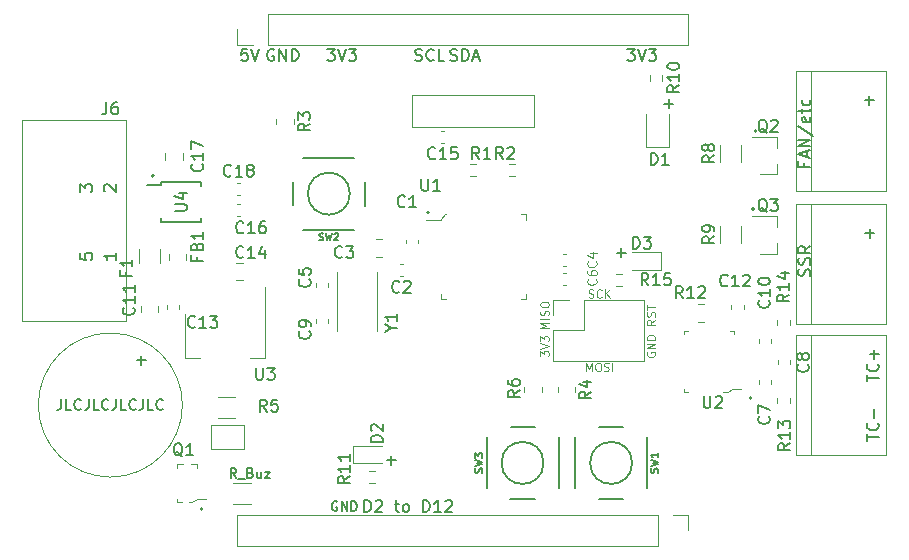
<source format=gbr>
%TF.GenerationSoftware,KiCad,Pcbnew,(5.1.9)-1*%
%TF.CreationDate,2021-06-02T07:50:45+02:00*%
%TF.ProjectId,MyReflowController,4d795265-666c-46f7-9743-6f6e74726f6c,rev?*%
%TF.SameCoordinates,Original*%
%TF.FileFunction,Legend,Top*%
%TF.FilePolarity,Positive*%
%FSLAX46Y46*%
G04 Gerber Fmt 4.6, Leading zero omitted, Abs format (unit mm)*
G04 Created by KiCad (PCBNEW (5.1.9)-1) date 2021-06-02 07:50:45*
%MOMM*%
%LPD*%
G01*
G04 APERTURE LIST*
%ADD10C,0.150000*%
%ADD11C,0.100000*%
%ADD12C,0.200000*%
%ADD13C,0.120000*%
%ADD14C,0.203200*%
%ADD15C,0.127000*%
G04 APERTURE END LIST*
D10*
X66785714Y-29404761D02*
X66928571Y-29452380D01*
X67166666Y-29452380D01*
X67261904Y-29404761D01*
X67309523Y-29357142D01*
X67357142Y-29261904D01*
X67357142Y-29166666D01*
X67309523Y-29071428D01*
X67261904Y-29023809D01*
X67166666Y-28976190D01*
X66976190Y-28928571D01*
X66880952Y-28880952D01*
X66833333Y-28833333D01*
X66785714Y-28738095D01*
X66785714Y-28642857D01*
X66833333Y-28547619D01*
X66880952Y-28500000D01*
X66976190Y-28452380D01*
X67214285Y-28452380D01*
X67357142Y-28500000D01*
X67785714Y-29452380D02*
X67785714Y-28452380D01*
X68023809Y-28452380D01*
X68166666Y-28500000D01*
X68261904Y-28595238D01*
X68309523Y-28690476D01*
X68357142Y-28880952D01*
X68357142Y-29023809D01*
X68309523Y-29214285D01*
X68261904Y-29309523D01*
X68166666Y-29404761D01*
X68023809Y-29452380D01*
X67785714Y-29452380D01*
X68738095Y-29166666D02*
X69214285Y-29166666D01*
X68642857Y-29452380D02*
X68976190Y-28452380D01*
X69309523Y-29452380D01*
X63809523Y-29404761D02*
X63952380Y-29452380D01*
X64190476Y-29452380D01*
X64285714Y-29404761D01*
X64333333Y-29357142D01*
X64380952Y-29261904D01*
X64380952Y-29166666D01*
X64333333Y-29071428D01*
X64285714Y-29023809D01*
X64190476Y-28976190D01*
X64000000Y-28928571D01*
X63904761Y-28880952D01*
X63857142Y-28833333D01*
X63809523Y-28738095D01*
X63809523Y-28642857D01*
X63857142Y-28547619D01*
X63904761Y-28500000D01*
X64000000Y-28452380D01*
X64238095Y-28452380D01*
X64380952Y-28500000D01*
X65380952Y-29357142D02*
X65333333Y-29404761D01*
X65190476Y-29452380D01*
X65095238Y-29452380D01*
X64952380Y-29404761D01*
X64857142Y-29309523D01*
X64809523Y-29214285D01*
X64761904Y-29023809D01*
X64761904Y-28880952D01*
X64809523Y-28690476D01*
X64857142Y-28595238D01*
X64952380Y-28500000D01*
X65095238Y-28452380D01*
X65190476Y-28452380D01*
X65333333Y-28500000D01*
X65380952Y-28547619D01*
X66285714Y-29452380D02*
X65809523Y-29452380D01*
X65809523Y-28452380D01*
X96728571Y-38076190D02*
X96728571Y-38409523D01*
X97252380Y-38409523D02*
X96252380Y-38409523D01*
X96252380Y-37933333D01*
X96966666Y-37600000D02*
X96966666Y-37123809D01*
X97252380Y-37695238D02*
X96252380Y-37361904D01*
X97252380Y-37028571D01*
X97252380Y-36695238D02*
X96252380Y-36695238D01*
X97252380Y-36123809D01*
X96252380Y-36123809D01*
X96204761Y-34933333D02*
X97490476Y-35790476D01*
X97204761Y-34219047D02*
X97252380Y-34314285D01*
X97252380Y-34504761D01*
X97204761Y-34600000D01*
X97109523Y-34647619D01*
X96728571Y-34647619D01*
X96633333Y-34600000D01*
X96585714Y-34504761D01*
X96585714Y-34314285D01*
X96633333Y-34219047D01*
X96728571Y-34171428D01*
X96823809Y-34171428D01*
X96919047Y-34647619D01*
X96585714Y-33885714D02*
X96585714Y-33504761D01*
X96252380Y-33742857D02*
X97109523Y-33742857D01*
X97204761Y-33695238D01*
X97252380Y-33600000D01*
X97252380Y-33504761D01*
X97204761Y-32742857D02*
X97252380Y-32838095D01*
X97252380Y-33028571D01*
X97204761Y-33123809D01*
X97157142Y-33171428D01*
X97061904Y-33219047D01*
X96776190Y-33219047D01*
X96680952Y-33171428D01*
X96633333Y-33123809D01*
X96585714Y-33028571D01*
X96585714Y-32838095D01*
X96633333Y-32742857D01*
X97204761Y-47661904D02*
X97252380Y-47519047D01*
X97252380Y-47280952D01*
X97204761Y-47185714D01*
X97157142Y-47138095D01*
X97061904Y-47090476D01*
X96966666Y-47090476D01*
X96871428Y-47138095D01*
X96823809Y-47185714D01*
X96776190Y-47280952D01*
X96728571Y-47471428D01*
X96680952Y-47566666D01*
X96633333Y-47614285D01*
X96538095Y-47661904D01*
X96442857Y-47661904D01*
X96347619Y-47614285D01*
X96300000Y-47566666D01*
X96252380Y-47471428D01*
X96252380Y-47233333D01*
X96300000Y-47090476D01*
X97204761Y-46709523D02*
X97252380Y-46566666D01*
X97252380Y-46328571D01*
X97204761Y-46233333D01*
X97157142Y-46185714D01*
X97061904Y-46138095D01*
X96966666Y-46138095D01*
X96871428Y-46185714D01*
X96823809Y-46233333D01*
X96776190Y-46328571D01*
X96728571Y-46519047D01*
X96680952Y-46614285D01*
X96633333Y-46661904D01*
X96538095Y-46709523D01*
X96442857Y-46709523D01*
X96347619Y-46661904D01*
X96300000Y-46614285D01*
X96252380Y-46519047D01*
X96252380Y-46280952D01*
X96300000Y-46138095D01*
X97252380Y-45138095D02*
X96776190Y-45471428D01*
X97252380Y-45709523D02*
X96252380Y-45709523D01*
X96252380Y-45328571D01*
X96300000Y-45233333D01*
X96347619Y-45185714D01*
X96442857Y-45138095D01*
X96585714Y-45138095D01*
X96680952Y-45185714D01*
X96728571Y-45233333D01*
X96776190Y-45328571D01*
X96776190Y-45709523D01*
D11*
X78500000Y-49483333D02*
X78600000Y-49516666D01*
X78766666Y-49516666D01*
X78833333Y-49483333D01*
X78866666Y-49450000D01*
X78900000Y-49383333D01*
X78900000Y-49316666D01*
X78866666Y-49250000D01*
X78833333Y-49216666D01*
X78766666Y-49183333D01*
X78633333Y-49150000D01*
X78566666Y-49116666D01*
X78533333Y-49083333D01*
X78500000Y-49016666D01*
X78500000Y-48950000D01*
X78533333Y-48883333D01*
X78566666Y-48850000D01*
X78633333Y-48816666D01*
X78800000Y-48816666D01*
X78900000Y-48850000D01*
X79600000Y-49450000D02*
X79566666Y-49483333D01*
X79466666Y-49516666D01*
X79400000Y-49516666D01*
X79300000Y-49483333D01*
X79233333Y-49416666D01*
X79200000Y-49350000D01*
X79166666Y-49216666D01*
X79166666Y-49116666D01*
X79200000Y-48983333D01*
X79233333Y-48916666D01*
X79300000Y-48850000D01*
X79400000Y-48816666D01*
X79466666Y-48816666D01*
X79566666Y-48850000D01*
X79600000Y-48883333D01*
X79900000Y-49516666D02*
X79900000Y-48816666D01*
X80300000Y-49516666D02*
X80000000Y-49116666D01*
X80300000Y-48816666D02*
X79900000Y-49216666D01*
X78300000Y-55716666D02*
X78300000Y-55016666D01*
X78533333Y-55516666D01*
X78766666Y-55016666D01*
X78766666Y-55716666D01*
X79233333Y-55016666D02*
X79366666Y-55016666D01*
X79433333Y-55050000D01*
X79500000Y-55116666D01*
X79533333Y-55250000D01*
X79533333Y-55483333D01*
X79500000Y-55616666D01*
X79433333Y-55683333D01*
X79366666Y-55716666D01*
X79233333Y-55716666D01*
X79166666Y-55683333D01*
X79100000Y-55616666D01*
X79066666Y-55483333D01*
X79066666Y-55250000D01*
X79100000Y-55116666D01*
X79166666Y-55050000D01*
X79233333Y-55016666D01*
X79800000Y-55683333D02*
X79900000Y-55716666D01*
X80066666Y-55716666D01*
X80133333Y-55683333D01*
X80166666Y-55650000D01*
X80200000Y-55583333D01*
X80200000Y-55516666D01*
X80166666Y-55450000D01*
X80133333Y-55416666D01*
X80066666Y-55383333D01*
X79933333Y-55350000D01*
X79866666Y-55316666D01*
X79833333Y-55283333D01*
X79800000Y-55216666D01*
X79800000Y-55150000D01*
X79833333Y-55083333D01*
X79866666Y-55050000D01*
X79933333Y-55016666D01*
X80100000Y-55016666D01*
X80200000Y-55050000D01*
X80500000Y-55716666D02*
X80500000Y-55016666D01*
X83450000Y-54133333D02*
X83416666Y-54200000D01*
X83416666Y-54300000D01*
X83450000Y-54400000D01*
X83516666Y-54466666D01*
X83583333Y-54500000D01*
X83716666Y-54533333D01*
X83816666Y-54533333D01*
X83950000Y-54500000D01*
X84016666Y-54466666D01*
X84083333Y-54400000D01*
X84116666Y-54300000D01*
X84116666Y-54233333D01*
X84083333Y-54133333D01*
X84050000Y-54100000D01*
X83816666Y-54100000D01*
X83816666Y-54233333D01*
X84116666Y-53800000D02*
X83416666Y-53800000D01*
X84116666Y-53400000D01*
X83416666Y-53400000D01*
X84116666Y-53066666D02*
X83416666Y-53066666D01*
X83416666Y-52900000D01*
X83450000Y-52800000D01*
X83516666Y-52733333D01*
X83583333Y-52700000D01*
X83716666Y-52666666D01*
X83816666Y-52666666D01*
X83950000Y-52700000D01*
X84016666Y-52733333D01*
X84083333Y-52800000D01*
X84116666Y-52900000D01*
X84116666Y-53066666D01*
X84116666Y-51383333D02*
X83783333Y-51616666D01*
X84116666Y-51783333D02*
X83416666Y-51783333D01*
X83416666Y-51516666D01*
X83450000Y-51450000D01*
X83483333Y-51416666D01*
X83550000Y-51383333D01*
X83650000Y-51383333D01*
X83716666Y-51416666D01*
X83750000Y-51450000D01*
X83783333Y-51516666D01*
X83783333Y-51783333D01*
X84083333Y-51116666D02*
X84116666Y-51016666D01*
X84116666Y-50850000D01*
X84083333Y-50783333D01*
X84050000Y-50750000D01*
X83983333Y-50716666D01*
X83916666Y-50716666D01*
X83850000Y-50750000D01*
X83816666Y-50783333D01*
X83783333Y-50850000D01*
X83750000Y-50983333D01*
X83716666Y-51050000D01*
X83683333Y-51083333D01*
X83616666Y-51116666D01*
X83550000Y-51116666D01*
X83483333Y-51083333D01*
X83450000Y-51050000D01*
X83416666Y-50983333D01*
X83416666Y-50816666D01*
X83450000Y-50716666D01*
X83416666Y-50516666D02*
X83416666Y-50116666D01*
X84116666Y-50316666D02*
X83416666Y-50316666D01*
X75116666Y-52100000D02*
X74416666Y-52100000D01*
X74916666Y-51866666D01*
X74416666Y-51633333D01*
X75116666Y-51633333D01*
X75116666Y-51300000D02*
X74416666Y-51300000D01*
X75083333Y-51000000D02*
X75116666Y-50900000D01*
X75116666Y-50733333D01*
X75083333Y-50666666D01*
X75050000Y-50633333D01*
X74983333Y-50600000D01*
X74916666Y-50600000D01*
X74850000Y-50633333D01*
X74816666Y-50666666D01*
X74783333Y-50733333D01*
X74750000Y-50866666D01*
X74716666Y-50933333D01*
X74683333Y-50966666D01*
X74616666Y-51000000D01*
X74550000Y-51000000D01*
X74483333Y-50966666D01*
X74450000Y-50933333D01*
X74416666Y-50866666D01*
X74416666Y-50700000D01*
X74450000Y-50600000D01*
X74416666Y-50166666D02*
X74416666Y-50033333D01*
X74450000Y-49966666D01*
X74516666Y-49900000D01*
X74650000Y-49866666D01*
X74883333Y-49866666D01*
X75016666Y-49900000D01*
X75083333Y-49966666D01*
X75116666Y-50033333D01*
X75116666Y-50166666D01*
X75083333Y-50233333D01*
X75016666Y-50300000D01*
X74883333Y-50333333D01*
X74650000Y-50333333D01*
X74516666Y-50300000D01*
X74450000Y-50233333D01*
X74416666Y-50166666D01*
X74416666Y-54466666D02*
X74416666Y-54033333D01*
X74683333Y-54266666D01*
X74683333Y-54166666D01*
X74716666Y-54100000D01*
X74750000Y-54066666D01*
X74816666Y-54033333D01*
X74983333Y-54033333D01*
X75050000Y-54066666D01*
X75083333Y-54100000D01*
X75116666Y-54166666D01*
X75116666Y-54366666D01*
X75083333Y-54433333D01*
X75050000Y-54466666D01*
X74416666Y-53833333D02*
X75116666Y-53600000D01*
X74416666Y-53366666D01*
X74416666Y-53200000D02*
X74416666Y-52766666D01*
X74683333Y-53000000D01*
X74683333Y-52900000D01*
X74716666Y-52833333D01*
X74750000Y-52800000D01*
X74816666Y-52766666D01*
X74983333Y-52766666D01*
X75050000Y-52800000D01*
X75083333Y-52833333D01*
X75116666Y-52900000D01*
X75116666Y-53100000D01*
X75083333Y-53166666D01*
X75050000Y-53200000D01*
D10*
X59509523Y-67652380D02*
X59509523Y-66652380D01*
X59747619Y-66652380D01*
X59890476Y-66700000D01*
X59985714Y-66795238D01*
X60033333Y-66890476D01*
X60080952Y-67080952D01*
X60080952Y-67223809D01*
X60033333Y-67414285D01*
X59985714Y-67509523D01*
X59890476Y-67604761D01*
X59747619Y-67652380D01*
X59509523Y-67652380D01*
X60461904Y-66747619D02*
X60509523Y-66700000D01*
X60604761Y-66652380D01*
X60842857Y-66652380D01*
X60938095Y-66700000D01*
X60985714Y-66747619D01*
X61033333Y-66842857D01*
X61033333Y-66938095D01*
X60985714Y-67080952D01*
X60414285Y-67652380D01*
X61033333Y-67652380D01*
X62080952Y-66985714D02*
X62461904Y-66985714D01*
X62223809Y-66652380D02*
X62223809Y-67509523D01*
X62271428Y-67604761D01*
X62366666Y-67652380D01*
X62461904Y-67652380D01*
X62938095Y-67652380D02*
X62842857Y-67604761D01*
X62795238Y-67557142D01*
X62747619Y-67461904D01*
X62747619Y-67176190D01*
X62795238Y-67080952D01*
X62842857Y-67033333D01*
X62938095Y-66985714D01*
X63080952Y-66985714D01*
X63176190Y-67033333D01*
X63223809Y-67080952D01*
X63271428Y-67176190D01*
X63271428Y-67461904D01*
X63223809Y-67557142D01*
X63176190Y-67604761D01*
X63080952Y-67652380D01*
X62938095Y-67652380D01*
X64461904Y-67652380D02*
X64461904Y-66652380D01*
X64700000Y-66652380D01*
X64842857Y-66700000D01*
X64938095Y-66795238D01*
X64985714Y-66890476D01*
X65033333Y-67080952D01*
X65033333Y-67223809D01*
X64985714Y-67414285D01*
X64938095Y-67509523D01*
X64842857Y-67604761D01*
X64700000Y-67652380D01*
X64461904Y-67652380D01*
X65985714Y-67652380D02*
X65414285Y-67652380D01*
X65700000Y-67652380D02*
X65700000Y-66652380D01*
X65604761Y-66795238D01*
X65509523Y-66890476D01*
X65414285Y-66938095D01*
X66366666Y-66747619D02*
X66414285Y-66700000D01*
X66509523Y-66652380D01*
X66747619Y-66652380D01*
X66842857Y-66700000D01*
X66890476Y-66747619D01*
X66938095Y-66842857D01*
X66938095Y-66938095D01*
X66890476Y-67080952D01*
X66319047Y-67652380D01*
X66938095Y-67652380D01*
X48657142Y-64761904D02*
X48390476Y-64380952D01*
X48200000Y-64761904D02*
X48200000Y-63961904D01*
X48504761Y-63961904D01*
X48580952Y-64000000D01*
X48619047Y-64038095D01*
X48657142Y-64114285D01*
X48657142Y-64228571D01*
X48619047Y-64304761D01*
X48580952Y-64342857D01*
X48504761Y-64380952D01*
X48200000Y-64380952D01*
X48809523Y-64838095D02*
X49419047Y-64838095D01*
X49876190Y-64342857D02*
X49990476Y-64380952D01*
X50028571Y-64419047D01*
X50066666Y-64495238D01*
X50066666Y-64609523D01*
X50028571Y-64685714D01*
X49990476Y-64723809D01*
X49914285Y-64761904D01*
X49609523Y-64761904D01*
X49609523Y-63961904D01*
X49876190Y-63961904D01*
X49952380Y-64000000D01*
X49990476Y-64038095D01*
X50028571Y-64114285D01*
X50028571Y-64190476D01*
X49990476Y-64266666D01*
X49952380Y-64304761D01*
X49876190Y-64342857D01*
X49609523Y-64342857D01*
X50752380Y-64228571D02*
X50752380Y-64761904D01*
X50409523Y-64228571D02*
X50409523Y-64647619D01*
X50447619Y-64723809D01*
X50523809Y-64761904D01*
X50638095Y-64761904D01*
X50714285Y-64723809D01*
X50752380Y-64685714D01*
X51057142Y-64228571D02*
X51476190Y-64228571D01*
X51057142Y-64761904D01*
X51476190Y-64761904D01*
X33842857Y-58107142D02*
X33842857Y-58750000D01*
X33800000Y-58878571D01*
X33714285Y-58964285D01*
X33585714Y-59007142D01*
X33500000Y-59007142D01*
X34700000Y-59007142D02*
X34271428Y-59007142D01*
X34271428Y-58107142D01*
X35514285Y-58921428D02*
X35471428Y-58964285D01*
X35342857Y-59007142D01*
X35257142Y-59007142D01*
X35128571Y-58964285D01*
X35042857Y-58878571D01*
X35000000Y-58792857D01*
X34957142Y-58621428D01*
X34957142Y-58492857D01*
X35000000Y-58321428D01*
X35042857Y-58235714D01*
X35128571Y-58150000D01*
X35257142Y-58107142D01*
X35342857Y-58107142D01*
X35471428Y-58150000D01*
X35514285Y-58192857D01*
X36157142Y-58107142D02*
X36157142Y-58750000D01*
X36114285Y-58878571D01*
X36028571Y-58964285D01*
X35900000Y-59007142D01*
X35814285Y-59007142D01*
X37014285Y-59007142D02*
X36585714Y-59007142D01*
X36585714Y-58107142D01*
X37828571Y-58921428D02*
X37785714Y-58964285D01*
X37657142Y-59007142D01*
X37571428Y-59007142D01*
X37442857Y-58964285D01*
X37357142Y-58878571D01*
X37314285Y-58792857D01*
X37271428Y-58621428D01*
X37271428Y-58492857D01*
X37314285Y-58321428D01*
X37357142Y-58235714D01*
X37442857Y-58150000D01*
X37571428Y-58107142D01*
X37657142Y-58107142D01*
X37785714Y-58150000D01*
X37828571Y-58192857D01*
X38471428Y-58107142D02*
X38471428Y-58750000D01*
X38428571Y-58878571D01*
X38342857Y-58964285D01*
X38214285Y-59007142D01*
X38128571Y-59007142D01*
X39328571Y-59007142D02*
X38900000Y-59007142D01*
X38900000Y-58107142D01*
X40142857Y-58921428D02*
X40100000Y-58964285D01*
X39971428Y-59007142D01*
X39885714Y-59007142D01*
X39757142Y-58964285D01*
X39671428Y-58878571D01*
X39628571Y-58792857D01*
X39585714Y-58621428D01*
X39585714Y-58492857D01*
X39628571Y-58321428D01*
X39671428Y-58235714D01*
X39757142Y-58150000D01*
X39885714Y-58107142D01*
X39971428Y-58107142D01*
X40100000Y-58150000D01*
X40142857Y-58192857D01*
X40785714Y-58107142D02*
X40785714Y-58750000D01*
X40742857Y-58878571D01*
X40657142Y-58964285D01*
X40528571Y-59007142D01*
X40442857Y-59007142D01*
X41642857Y-59007142D02*
X41214285Y-59007142D01*
X41214285Y-58107142D01*
X42457142Y-58921428D02*
X42414285Y-58964285D01*
X42285714Y-59007142D01*
X42200000Y-59007142D01*
X42071428Y-58964285D01*
X41985714Y-58878571D01*
X41942857Y-58792857D01*
X41900000Y-58621428D01*
X41900000Y-58492857D01*
X41942857Y-58321428D01*
X41985714Y-58235714D01*
X42071428Y-58150000D01*
X42200000Y-58107142D01*
X42285714Y-58107142D01*
X42414285Y-58150000D01*
X42457142Y-58192857D01*
X57190476Y-66800000D02*
X57114285Y-66761904D01*
X57000000Y-66761904D01*
X56885714Y-66800000D01*
X56809523Y-66876190D01*
X56771428Y-66952380D01*
X56733333Y-67104761D01*
X56733333Y-67219047D01*
X56771428Y-67371428D01*
X56809523Y-67447619D01*
X56885714Y-67523809D01*
X57000000Y-67561904D01*
X57076190Y-67561904D01*
X57190476Y-67523809D01*
X57228571Y-67485714D01*
X57228571Y-67219047D01*
X57076190Y-67219047D01*
X57571428Y-67561904D02*
X57571428Y-66761904D01*
X58028571Y-67561904D01*
X58028571Y-66761904D01*
X58409523Y-67561904D02*
X58409523Y-66761904D01*
X58600000Y-66761904D01*
X58714285Y-66800000D01*
X58790476Y-66876190D01*
X58828571Y-66952380D01*
X58866666Y-67104761D01*
X58866666Y-67219047D01*
X58828571Y-67371428D01*
X58790476Y-67447619D01*
X58714285Y-67523809D01*
X58600000Y-67561904D01*
X58409523Y-67561904D01*
X81761904Y-28452380D02*
X82380952Y-28452380D01*
X82047619Y-28833333D01*
X82190476Y-28833333D01*
X82285714Y-28880952D01*
X82333333Y-28928571D01*
X82380952Y-29023809D01*
X82380952Y-29261904D01*
X82333333Y-29357142D01*
X82285714Y-29404761D01*
X82190476Y-29452380D01*
X81904761Y-29452380D01*
X81809523Y-29404761D01*
X81761904Y-29357142D01*
X82666666Y-28452380D02*
X83000000Y-29452380D01*
X83333333Y-28452380D01*
X83571428Y-28452380D02*
X84190476Y-28452380D01*
X83857142Y-28833333D01*
X84000000Y-28833333D01*
X84095238Y-28880952D01*
X84142857Y-28928571D01*
X84190476Y-29023809D01*
X84190476Y-29261904D01*
X84142857Y-29357142D01*
X84095238Y-29404761D01*
X84000000Y-29452380D01*
X83714285Y-29452380D01*
X83619047Y-29404761D01*
X83571428Y-29357142D01*
X56361904Y-28452380D02*
X56980952Y-28452380D01*
X56647619Y-28833333D01*
X56790476Y-28833333D01*
X56885714Y-28880952D01*
X56933333Y-28928571D01*
X56980952Y-29023809D01*
X56980952Y-29261904D01*
X56933333Y-29357142D01*
X56885714Y-29404761D01*
X56790476Y-29452380D01*
X56504761Y-29452380D01*
X56409523Y-29404761D01*
X56361904Y-29357142D01*
X57266666Y-28452380D02*
X57600000Y-29452380D01*
X57933333Y-28452380D01*
X58171428Y-28452380D02*
X58790476Y-28452380D01*
X58457142Y-28833333D01*
X58600000Y-28833333D01*
X58695238Y-28880952D01*
X58742857Y-28928571D01*
X58790476Y-29023809D01*
X58790476Y-29261904D01*
X58742857Y-29357142D01*
X58695238Y-29404761D01*
X58600000Y-29452380D01*
X58314285Y-29452380D01*
X58219047Y-29404761D01*
X58171428Y-29357142D01*
X51838095Y-28500000D02*
X51742857Y-28452380D01*
X51600000Y-28452380D01*
X51457142Y-28500000D01*
X51361904Y-28595238D01*
X51314285Y-28690476D01*
X51266666Y-28880952D01*
X51266666Y-29023809D01*
X51314285Y-29214285D01*
X51361904Y-29309523D01*
X51457142Y-29404761D01*
X51600000Y-29452380D01*
X51695238Y-29452380D01*
X51838095Y-29404761D01*
X51885714Y-29357142D01*
X51885714Y-29023809D01*
X51695238Y-29023809D01*
X52314285Y-29452380D02*
X52314285Y-28452380D01*
X52885714Y-29452380D01*
X52885714Y-28452380D01*
X53361904Y-29452380D02*
X53361904Y-28452380D01*
X53600000Y-28452380D01*
X53742857Y-28500000D01*
X53838095Y-28595238D01*
X53885714Y-28690476D01*
X53933333Y-28880952D01*
X53933333Y-29023809D01*
X53885714Y-29214285D01*
X53838095Y-29309523D01*
X53742857Y-29404761D01*
X53600000Y-29452380D01*
X53361904Y-29452380D01*
X49609523Y-28452380D02*
X49133333Y-28452380D01*
X49085714Y-28928571D01*
X49133333Y-28880952D01*
X49228571Y-28833333D01*
X49466666Y-28833333D01*
X49561904Y-28880952D01*
X49609523Y-28928571D01*
X49657142Y-29023809D01*
X49657142Y-29261904D01*
X49609523Y-29357142D01*
X49561904Y-29404761D01*
X49466666Y-29452380D01*
X49228571Y-29452380D01*
X49133333Y-29404761D01*
X49085714Y-29357142D01*
X49942857Y-28452380D02*
X50276190Y-29452380D01*
X50609523Y-28452380D01*
X102052380Y-61604761D02*
X102052380Y-61033333D01*
X103052380Y-61319047D02*
X102052380Y-61319047D01*
X102957142Y-60128571D02*
X103004761Y-60176190D01*
X103052380Y-60319047D01*
X103052380Y-60414285D01*
X103004761Y-60557142D01*
X102909523Y-60652380D01*
X102814285Y-60700000D01*
X102623809Y-60747619D01*
X102480952Y-60747619D01*
X102290476Y-60700000D01*
X102195238Y-60652380D01*
X102100000Y-60557142D01*
X102052380Y-60414285D01*
X102052380Y-60319047D01*
X102100000Y-60176190D01*
X102147619Y-60128571D01*
X102671428Y-59700000D02*
X102671428Y-58938095D01*
X102052380Y-56604761D02*
X102052380Y-56033333D01*
X103052380Y-56319047D02*
X102052380Y-56319047D01*
X102957142Y-55128571D02*
X103004761Y-55176190D01*
X103052380Y-55319047D01*
X103052380Y-55414285D01*
X103004761Y-55557142D01*
X102909523Y-55652380D01*
X102814285Y-55700000D01*
X102623809Y-55747619D01*
X102480952Y-55747619D01*
X102290476Y-55700000D01*
X102195238Y-55652380D01*
X102100000Y-55557142D01*
X102052380Y-55414285D01*
X102052380Y-55319047D01*
X102100000Y-55176190D01*
X102147619Y-55128571D01*
X102671428Y-54700000D02*
X102671428Y-53938095D01*
X103052380Y-54319047D02*
X102290476Y-54319047D01*
X101919047Y-44071428D02*
X102680952Y-44071428D01*
X102300000Y-44452380D02*
X102300000Y-43690476D01*
X101894047Y-32801428D02*
X102655952Y-32801428D01*
X102275000Y-33182380D02*
X102275000Y-32420476D01*
X84894047Y-33101428D02*
X85655952Y-33101428D01*
X85275000Y-33482380D02*
X85275000Y-32720476D01*
X80894047Y-45701428D02*
X81655952Y-45701428D01*
X81275000Y-46082380D02*
X81275000Y-45320476D01*
X61419047Y-63271428D02*
X62180952Y-63271428D01*
X61800000Y-63652380D02*
X61800000Y-62890476D01*
D12*
X45800000Y-67400000D02*
G75*
G03*
X45800000Y-67400000I-100000J0D01*
G01*
X92500000Y-42000000D02*
G75*
G03*
X92500000Y-42000000I-100000J0D01*
G01*
X92700000Y-35400000D02*
G75*
G03*
X92700000Y-35400000I-100000J0D01*
G01*
X92300000Y-58000000D02*
G75*
G03*
X92300000Y-58000000I-100000J0D01*
G01*
X65000000Y-42300000D02*
G75*
G03*
X65000000Y-42300000I-100000J0D01*
G01*
X41700000Y-39200000D02*
G75*
G03*
X41700000Y-39200000I-100000J0D01*
G01*
D13*
%TO.C,BZ1*%
X44100000Y-58600000D02*
G75*
G03*
X44100000Y-58600000I-6100000J0D01*
G01*
%TO.C,J5*%
X64180000Y-35060000D02*
X73890000Y-35060000D01*
X73890000Y-35060000D02*
X73890000Y-32340000D01*
X73890000Y-32340000D02*
X66720000Y-32340000D01*
X64180000Y-35060000D02*
X63510000Y-35060000D01*
X66720000Y-32340000D02*
X63510000Y-32340000D01*
X63510000Y-35060000D02*
X63510000Y-32340000D01*
%TO.C,C1*%
X63050000Y-44883767D02*
X63050000Y-44591233D01*
X64070000Y-44883767D02*
X64070000Y-44591233D01*
%TO.C,C2*%
X62783767Y-46690000D02*
X62491233Y-46690000D01*
X62783767Y-47710000D02*
X62491233Y-47710000D01*
%TO.C,C3*%
X60998752Y-46035000D02*
X60476248Y-46035000D01*
X60998752Y-44565000D02*
X60476248Y-44565000D01*
%TO.C,C4*%
X76608767Y-45790000D02*
X76316233Y-45790000D01*
X76608767Y-46810000D02*
X76316233Y-46810000D01*
%TO.C,C5*%
X55390000Y-48284420D02*
X55390000Y-48565580D01*
X56410000Y-48284420D02*
X56410000Y-48565580D01*
%TO.C,C6*%
X76608767Y-48410000D02*
X76316233Y-48410000D01*
X76608767Y-47390000D02*
X76316233Y-47390000D01*
%TO.C,C7*%
X92890000Y-56808767D02*
X92890000Y-56516233D01*
X93910000Y-56808767D02*
X93910000Y-56516233D01*
%TO.C,C8*%
X94490000Y-55108767D02*
X94490000Y-54816233D01*
X95510000Y-55108767D02*
X95510000Y-54816233D01*
%TO.C,C9*%
X56410000Y-51334420D02*
X56410000Y-51615580D01*
X55390000Y-51334420D02*
X55390000Y-51615580D01*
%TO.C,C10*%
X93910000Y-53308767D02*
X93910000Y-53016233D01*
X92890000Y-53308767D02*
X92890000Y-53016233D01*
%TO.C,C11*%
X42035000Y-50761252D02*
X42035000Y-50238748D01*
X40565000Y-50761252D02*
X40565000Y-50238748D01*
%TO.C,C12*%
X91610000Y-50446267D02*
X91610000Y-50153733D01*
X90590000Y-50446267D02*
X90590000Y-50153733D01*
%TO.C,C13*%
X42790000Y-50153733D02*
X42790000Y-50446267D01*
X43810000Y-50153733D02*
X43810000Y-50446267D01*
%TO.C,C14*%
X48676248Y-48035000D02*
X49198752Y-48035000D01*
X48676248Y-46565000D02*
X49198752Y-46565000D01*
%TO.C,C15*%
X66283767Y-35390000D02*
X65991233Y-35390000D01*
X66283767Y-36410000D02*
X65991233Y-36410000D01*
%TO.C,C16*%
X49008767Y-42610000D02*
X48716233Y-42610000D01*
X49008767Y-41590000D02*
X48716233Y-41590000D01*
%TO.C,C17*%
X42665000Y-37823752D02*
X42665000Y-37301248D01*
X44135000Y-37823752D02*
X44135000Y-37301248D01*
%TO.C,C18*%
X49008767Y-40810000D02*
X48716233Y-40810000D01*
X49008767Y-39790000D02*
X48716233Y-39790000D01*
%TO.C,D1*%
X85260000Y-36785000D02*
X85260000Y-33925000D01*
X83340000Y-36785000D02*
X85260000Y-36785000D01*
X83340000Y-33925000D02*
X83340000Y-36785000D01*
%TO.C,D2*%
X58515000Y-63535000D02*
X60975000Y-63535000D01*
X58515000Y-62065000D02*
X58515000Y-63535000D01*
X60975000Y-62065000D02*
X58515000Y-62065000D01*
%TO.C,D3*%
X84635000Y-45665000D02*
X82175000Y-45665000D01*
X84635000Y-47135000D02*
X84635000Y-45665000D01*
X82175000Y-47135000D02*
X84635000Y-47135000D01*
%TO.C,F1*%
X40390000Y-45385436D02*
X40390000Y-46589564D01*
X42210000Y-45385436D02*
X42210000Y-46589564D01*
%TO.C,FB1*%
X44410000Y-46361252D02*
X44410000Y-45838748D01*
X42990000Y-46361252D02*
X42990000Y-45838748D01*
%TO.C,J1*%
X96090000Y-30280000D02*
X96090000Y-40440000D01*
X103710000Y-30280000D02*
X96090000Y-30280000D01*
X103710000Y-40440000D02*
X103710000Y-30280000D01*
X96090000Y-40440000D02*
X103710000Y-40440000D01*
X97360000Y-40440000D02*
X97360000Y-30280000D01*
%TO.C,J2*%
X97360000Y-51720000D02*
X97360000Y-41560000D01*
X96090000Y-51720000D02*
X103710000Y-51720000D01*
X103710000Y-51720000D02*
X103710000Y-41560000D01*
X103710000Y-41560000D02*
X96090000Y-41560000D01*
X96090000Y-41560000D02*
X96090000Y-51720000D01*
%TO.C,J3*%
X75470000Y-51000000D02*
X75470000Y-49670000D01*
X75470000Y-49670000D02*
X76800000Y-49670000D01*
X75470000Y-52270000D02*
X78070000Y-52270000D01*
X78070000Y-52270000D02*
X78070000Y-49670000D01*
X78070000Y-49670000D02*
X83210000Y-49670000D01*
X83210000Y-54870000D02*
X83210000Y-49670000D01*
X75470000Y-54870000D02*
X83210000Y-54870000D01*
X75470000Y-54870000D02*
X75470000Y-52270000D01*
%TO.C,J4*%
X96090000Y-52680000D02*
X96090000Y-62840000D01*
X103710000Y-52680000D02*
X96090000Y-52680000D01*
X103710000Y-62840000D02*
X103710000Y-52680000D01*
X96090000Y-62840000D02*
X103710000Y-62840000D01*
X97360000Y-62840000D02*
X97360000Y-52680000D01*
%TO.C,J6*%
X30550000Y-51500000D02*
X39300000Y-51500000D01*
X30550000Y-34500000D02*
X30550000Y-51500000D01*
X39300000Y-34500000D02*
X30550000Y-34500000D01*
X39300000Y-51500000D02*
X39300000Y-34500000D01*
%TO.C,J7*%
X86930000Y-67870000D02*
X86930000Y-69200000D01*
X85600000Y-67870000D02*
X86930000Y-67870000D01*
X84330000Y-67870000D02*
X84330000Y-70530000D01*
X84330000Y-70530000D02*
X48710000Y-70530000D01*
X84330000Y-67870000D02*
X48710000Y-67870000D01*
X48710000Y-67870000D02*
X48710000Y-70530000D01*
%TO.C,J8*%
X86930000Y-28130000D02*
X86930000Y-25470000D01*
X51310000Y-28130000D02*
X86930000Y-28130000D01*
X51310000Y-25470000D02*
X86930000Y-25470000D01*
X51310000Y-28130000D02*
X51310000Y-25470000D01*
X50040000Y-28130000D02*
X48710000Y-28130000D01*
X48710000Y-28130000D02*
X48710000Y-26800000D01*
%TO.C,JP1*%
X46500000Y-60300000D02*
X49300000Y-60300000D01*
X49300000Y-60300000D02*
X49300000Y-62300000D01*
X49300000Y-62300000D02*
X46500000Y-62300000D01*
X46500000Y-62300000D02*
X46500000Y-60300000D01*
D11*
%TO.C,Q1*%
X43675000Y-66850000D02*
X43675000Y-66550000D01*
X44050000Y-66850000D02*
X43675000Y-66850000D01*
X43675000Y-63550000D02*
X44125000Y-63550000D01*
X43675000Y-63850000D02*
X43675000Y-63550000D01*
X43675000Y-63775000D02*
X43675000Y-63900000D01*
X45325000Y-63550000D02*
X45325000Y-63900000D01*
X44850000Y-63550000D02*
X45325000Y-63550000D01*
X45325000Y-66525000D02*
X46100000Y-66525000D01*
X45325000Y-66575000D02*
X45325000Y-66525000D01*
X44950000Y-66850000D02*
X45325000Y-66575000D01*
X44675000Y-66850000D02*
X44950000Y-66850000D01*
D13*
%TO.C,Q2*%
X94460000Y-39080000D02*
X93000000Y-39080000D01*
X94460000Y-35920000D02*
X92300000Y-35920000D01*
X94460000Y-35920000D02*
X94460000Y-36850000D01*
X94460000Y-39080000D02*
X94460000Y-38150000D01*
%TO.C,Q3*%
X94460000Y-45780000D02*
X94460000Y-44850000D01*
X94460000Y-42620000D02*
X94460000Y-43550000D01*
X94460000Y-42620000D02*
X92300000Y-42620000D01*
X94460000Y-45780000D02*
X93000000Y-45780000D01*
%TO.C,R1*%
X68432776Y-38177500D02*
X68942224Y-38177500D01*
X68432776Y-39222500D02*
X68942224Y-39222500D01*
%TO.C,R2*%
X72267224Y-39222500D02*
X71757776Y-39222500D01*
X72267224Y-38177500D02*
X71757776Y-38177500D01*
%TO.C,R3*%
X53535000Y-34372936D02*
X53535000Y-34827064D01*
X52065000Y-34372936D02*
X52065000Y-34827064D01*
%TO.C,R4*%
X75865000Y-57072936D02*
X75865000Y-57527064D01*
X77335000Y-57072936D02*
X77335000Y-57527064D01*
%TO.C,R5*%
X47072936Y-57890000D02*
X48527064Y-57890000D01*
X47072936Y-59710000D02*
X48527064Y-59710000D01*
%TO.C,R6*%
X74535000Y-57072936D02*
X74535000Y-57527064D01*
X73065000Y-57072936D02*
X73065000Y-57527064D01*
%TO.C,R7*%
X48422936Y-65190000D02*
X49877064Y-65190000D01*
X48422936Y-67010000D02*
X49877064Y-67010000D01*
%TO.C,R8*%
X91410000Y-38027064D02*
X91410000Y-36572936D01*
X89590000Y-38027064D02*
X89590000Y-36572936D01*
%TO.C,R9*%
X91410000Y-44877064D02*
X91410000Y-43422936D01*
X89590000Y-44877064D02*
X89590000Y-43422936D01*
%TO.C,R10*%
X83677500Y-30632776D02*
X83677500Y-31142224D01*
X84722500Y-30632776D02*
X84722500Y-31142224D01*
%TO.C,R11*%
X60442224Y-64177500D02*
X59932776Y-64177500D01*
X60442224Y-65222500D02*
X59932776Y-65222500D01*
%TO.C,R12*%
X88227064Y-50065000D02*
X87772936Y-50065000D01*
X88227064Y-51535000D02*
X87772936Y-51535000D01*
%TO.C,R13*%
X95522500Y-57962742D02*
X95522500Y-58437258D01*
X94477500Y-57962742D02*
X94477500Y-58437258D01*
%TO.C,R14*%
X95522500Y-51862258D02*
X95522500Y-51387742D01*
X94477500Y-51862258D02*
X94477500Y-51387742D01*
%TO.C,R15*%
X80845276Y-48522500D02*
X81354724Y-48522500D01*
X80845276Y-47477500D02*
X81354724Y-47477500D01*
D14*
%TO.C,SW1*%
X82178000Y-63500000D02*
G75*
G03*
X82178000Y-63500000I-1778000J0D01*
G01*
X81426160Y-60452000D02*
X79384000Y-60452000D01*
X81395680Y-66548000D02*
X79384000Y-66548000D01*
X77352000Y-61341000D02*
X77352000Y-65659000D01*
X83448000Y-65659000D02*
X83448000Y-61341000D01*
%TO.C,SW2*%
X58278000Y-40700000D02*
G75*
G03*
X58278000Y-40700000I-1778000J0D01*
G01*
X59548000Y-41726160D02*
X59548000Y-39684000D01*
X53452000Y-41695680D02*
X53452000Y-39684000D01*
X58659000Y-37652000D02*
X54341000Y-37652000D01*
X54341000Y-43748000D02*
X58659000Y-43748000D01*
%TO.C,SW3*%
X69852000Y-61341000D02*
X69852000Y-65659000D01*
X75948000Y-65659000D02*
X75948000Y-61341000D01*
X71904320Y-60452000D02*
X73916000Y-60452000D01*
X71873840Y-66548000D02*
X73916000Y-66548000D01*
X74678000Y-63500000D02*
G75*
G03*
X74678000Y-63500000I-1778000J0D01*
G01*
D11*
%TO.C,U1*%
X66000000Y-49664000D02*
X66000000Y-49214000D01*
X66000000Y-49664000D02*
X66450000Y-49664000D01*
X73200000Y-49664000D02*
X72750000Y-49664000D01*
X73200000Y-49664000D02*
X73200000Y-49214000D01*
X73200000Y-42464000D02*
X73200000Y-42914000D01*
X73200000Y-42464000D02*
X72750000Y-42464000D01*
X66000000Y-42914000D02*
X64700000Y-42914000D01*
X66000000Y-42814000D02*
X66000000Y-42914000D01*
X66350000Y-42464000D02*
X66000000Y-42814000D01*
X66450000Y-42464000D02*
X66350000Y-42464000D01*
%TO.C,U2*%
X86600000Y-52300000D02*
X86900000Y-52300000D01*
X86600000Y-52600000D02*
X86600000Y-52300000D01*
X86600000Y-57500000D02*
X86900000Y-57500000D01*
X86600000Y-57200000D02*
X86600000Y-57500000D01*
X90800000Y-52300000D02*
X90500000Y-52300000D01*
X90800000Y-52600000D02*
X90800000Y-52300000D01*
X90600000Y-57200000D02*
X91400000Y-57200000D01*
X90300000Y-57500000D02*
X90600000Y-57200000D01*
X89900000Y-57500000D02*
X90300000Y-57500000D01*
D13*
%TO.C,U3*%
X51110000Y-48600000D02*
X51110000Y-54610000D01*
X44290000Y-50850000D02*
X44290000Y-54610000D01*
X51110000Y-54610000D02*
X49850000Y-54610000D01*
X44290000Y-54610000D02*
X45550000Y-54610000D01*
D10*
%TO.C,U4*%
X42309000Y-39974000D02*
X41084000Y-39974000D01*
X42309000Y-43099000D02*
X45659000Y-43099000D01*
X42309000Y-39749000D02*
X45659000Y-39749000D01*
X42309000Y-43099000D02*
X42309000Y-42799000D01*
X45659000Y-43099000D02*
X45659000Y-42799000D01*
X45659000Y-39749000D02*
X45659000Y-40049000D01*
X42309000Y-39749000D02*
X42309000Y-39974000D01*
D13*
%TO.C,Y1*%
X60610000Y-52350000D02*
X60610000Y-47350000D01*
X57190000Y-52350000D02*
X57190000Y-47350000D01*
%TO.C,BZ1*%
D10*
X40611428Y-55170952D02*
X40611428Y-54409047D01*
X40992380Y-54790000D02*
X40230476Y-54790000D01*
%TO.C,C1*%
X62933333Y-41757142D02*
X62885714Y-41804761D01*
X62742857Y-41852380D01*
X62647619Y-41852380D01*
X62504761Y-41804761D01*
X62409523Y-41709523D01*
X62361904Y-41614285D01*
X62314285Y-41423809D01*
X62314285Y-41280952D01*
X62361904Y-41090476D01*
X62409523Y-40995238D01*
X62504761Y-40900000D01*
X62647619Y-40852380D01*
X62742857Y-40852380D01*
X62885714Y-40900000D01*
X62933333Y-40947619D01*
X63885714Y-41852380D02*
X63314285Y-41852380D01*
X63600000Y-41852380D02*
X63600000Y-40852380D01*
X63504761Y-40995238D01*
X63409523Y-41090476D01*
X63314285Y-41138095D01*
%TO.C,C2*%
X62470833Y-48987142D02*
X62423214Y-49034761D01*
X62280357Y-49082380D01*
X62185119Y-49082380D01*
X62042261Y-49034761D01*
X61947023Y-48939523D01*
X61899404Y-48844285D01*
X61851785Y-48653809D01*
X61851785Y-48510952D01*
X61899404Y-48320476D01*
X61947023Y-48225238D01*
X62042261Y-48130000D01*
X62185119Y-48082380D01*
X62280357Y-48082380D01*
X62423214Y-48130000D01*
X62470833Y-48177619D01*
X62851785Y-48177619D02*
X62899404Y-48130000D01*
X62994642Y-48082380D01*
X63232738Y-48082380D01*
X63327976Y-48130000D01*
X63375595Y-48177619D01*
X63423214Y-48272857D01*
X63423214Y-48368095D01*
X63375595Y-48510952D01*
X62804166Y-49082380D01*
X63423214Y-49082380D01*
%TO.C,C3*%
X57633333Y-46057142D02*
X57585714Y-46104761D01*
X57442857Y-46152380D01*
X57347619Y-46152380D01*
X57204761Y-46104761D01*
X57109523Y-46009523D01*
X57061904Y-45914285D01*
X57014285Y-45723809D01*
X57014285Y-45580952D01*
X57061904Y-45390476D01*
X57109523Y-45295238D01*
X57204761Y-45200000D01*
X57347619Y-45152380D01*
X57442857Y-45152380D01*
X57585714Y-45200000D01*
X57633333Y-45247619D01*
X57966666Y-45152380D02*
X58585714Y-45152380D01*
X58252380Y-45533333D01*
X58395238Y-45533333D01*
X58490476Y-45580952D01*
X58538095Y-45628571D01*
X58585714Y-45723809D01*
X58585714Y-45961904D01*
X58538095Y-46057142D01*
X58490476Y-46104761D01*
X58395238Y-46152380D01*
X58109523Y-46152380D01*
X58014285Y-46104761D01*
X57966666Y-46057142D01*
%TO.C,C4*%
D11*
X79085714Y-46433333D02*
X79123809Y-46471428D01*
X79161904Y-46585714D01*
X79161904Y-46661904D01*
X79123809Y-46776190D01*
X79047619Y-46852380D01*
X78971428Y-46890476D01*
X78819047Y-46928571D01*
X78704761Y-46928571D01*
X78552380Y-46890476D01*
X78476190Y-46852380D01*
X78400000Y-46776190D01*
X78361904Y-46661904D01*
X78361904Y-46585714D01*
X78400000Y-46471428D01*
X78438095Y-46433333D01*
X78628571Y-45747619D02*
X79161904Y-45747619D01*
X78323809Y-45938095D02*
X78895238Y-46128571D01*
X78895238Y-45633333D01*
%TO.C,C5*%
D10*
X54857142Y-47966666D02*
X54904761Y-48014285D01*
X54952380Y-48157142D01*
X54952380Y-48252380D01*
X54904761Y-48395238D01*
X54809523Y-48490476D01*
X54714285Y-48538095D01*
X54523809Y-48585714D01*
X54380952Y-48585714D01*
X54190476Y-48538095D01*
X54095238Y-48490476D01*
X54000000Y-48395238D01*
X53952380Y-48252380D01*
X53952380Y-48157142D01*
X54000000Y-48014285D01*
X54047619Y-47966666D01*
X53952380Y-47061904D02*
X53952380Y-47538095D01*
X54428571Y-47585714D01*
X54380952Y-47538095D01*
X54333333Y-47442857D01*
X54333333Y-47204761D01*
X54380952Y-47109523D01*
X54428571Y-47061904D01*
X54523809Y-47014285D01*
X54761904Y-47014285D01*
X54857142Y-47061904D01*
X54904761Y-47109523D01*
X54952380Y-47204761D01*
X54952380Y-47442857D01*
X54904761Y-47538095D01*
X54857142Y-47585714D01*
%TO.C,C6*%
D11*
X79085714Y-47933333D02*
X79123809Y-47971428D01*
X79161904Y-48085714D01*
X79161904Y-48161904D01*
X79123809Y-48276190D01*
X79047619Y-48352380D01*
X78971428Y-48390476D01*
X78819047Y-48428571D01*
X78704761Y-48428571D01*
X78552380Y-48390476D01*
X78476190Y-48352380D01*
X78400000Y-48276190D01*
X78361904Y-48161904D01*
X78361904Y-48085714D01*
X78400000Y-47971428D01*
X78438095Y-47933333D01*
X78361904Y-47247619D02*
X78361904Y-47400000D01*
X78400000Y-47476190D01*
X78438095Y-47514285D01*
X78552380Y-47590476D01*
X78704761Y-47628571D01*
X79009523Y-47628571D01*
X79085714Y-47590476D01*
X79123809Y-47552380D01*
X79161904Y-47476190D01*
X79161904Y-47323809D01*
X79123809Y-47247619D01*
X79085714Y-47209523D01*
X79009523Y-47171428D01*
X78819047Y-47171428D01*
X78742857Y-47209523D01*
X78704761Y-47247619D01*
X78666666Y-47323809D01*
X78666666Y-47476190D01*
X78704761Y-47552380D01*
X78742857Y-47590476D01*
X78819047Y-47628571D01*
%TO.C,C7*%
D10*
X93757142Y-59566666D02*
X93804761Y-59614285D01*
X93852380Y-59757142D01*
X93852380Y-59852380D01*
X93804761Y-59995238D01*
X93709523Y-60090476D01*
X93614285Y-60138095D01*
X93423809Y-60185714D01*
X93280952Y-60185714D01*
X93090476Y-60138095D01*
X92995238Y-60090476D01*
X92900000Y-59995238D01*
X92852380Y-59852380D01*
X92852380Y-59757142D01*
X92900000Y-59614285D01*
X92947619Y-59566666D01*
X92852380Y-59233333D02*
X92852380Y-58566666D01*
X93852380Y-58995238D01*
%TO.C,C8*%
X97057142Y-55166666D02*
X97104761Y-55214285D01*
X97152380Y-55357142D01*
X97152380Y-55452380D01*
X97104761Y-55595238D01*
X97009523Y-55690476D01*
X96914285Y-55738095D01*
X96723809Y-55785714D01*
X96580952Y-55785714D01*
X96390476Y-55738095D01*
X96295238Y-55690476D01*
X96200000Y-55595238D01*
X96152380Y-55452380D01*
X96152380Y-55357142D01*
X96200000Y-55214285D01*
X96247619Y-55166666D01*
X96580952Y-54595238D02*
X96533333Y-54690476D01*
X96485714Y-54738095D01*
X96390476Y-54785714D01*
X96342857Y-54785714D01*
X96247619Y-54738095D01*
X96200000Y-54690476D01*
X96152380Y-54595238D01*
X96152380Y-54404761D01*
X96200000Y-54309523D01*
X96247619Y-54261904D01*
X96342857Y-54214285D01*
X96390476Y-54214285D01*
X96485714Y-54261904D01*
X96533333Y-54309523D01*
X96580952Y-54404761D01*
X96580952Y-54595238D01*
X96628571Y-54690476D01*
X96676190Y-54738095D01*
X96771428Y-54785714D01*
X96961904Y-54785714D01*
X97057142Y-54738095D01*
X97104761Y-54690476D01*
X97152380Y-54595238D01*
X97152380Y-54404761D01*
X97104761Y-54309523D01*
X97057142Y-54261904D01*
X96961904Y-54214285D01*
X96771428Y-54214285D01*
X96676190Y-54261904D01*
X96628571Y-54309523D01*
X96580952Y-54404761D01*
%TO.C,C9*%
X54857142Y-52366666D02*
X54904761Y-52414285D01*
X54952380Y-52557142D01*
X54952380Y-52652380D01*
X54904761Y-52795238D01*
X54809523Y-52890476D01*
X54714285Y-52938095D01*
X54523809Y-52985714D01*
X54380952Y-52985714D01*
X54190476Y-52938095D01*
X54095238Y-52890476D01*
X54000000Y-52795238D01*
X53952380Y-52652380D01*
X53952380Y-52557142D01*
X54000000Y-52414285D01*
X54047619Y-52366666D01*
X54952380Y-51890476D02*
X54952380Y-51700000D01*
X54904761Y-51604761D01*
X54857142Y-51557142D01*
X54714285Y-51461904D01*
X54523809Y-51414285D01*
X54142857Y-51414285D01*
X54047619Y-51461904D01*
X54000000Y-51509523D01*
X53952380Y-51604761D01*
X53952380Y-51795238D01*
X54000000Y-51890476D01*
X54047619Y-51938095D01*
X54142857Y-51985714D01*
X54380952Y-51985714D01*
X54476190Y-51938095D01*
X54523809Y-51890476D01*
X54571428Y-51795238D01*
X54571428Y-51604761D01*
X54523809Y-51509523D01*
X54476190Y-51461904D01*
X54380952Y-51414285D01*
%TO.C,C10*%
X93757142Y-49742857D02*
X93804761Y-49790476D01*
X93852380Y-49933333D01*
X93852380Y-50028571D01*
X93804761Y-50171428D01*
X93709523Y-50266666D01*
X93614285Y-50314285D01*
X93423809Y-50361904D01*
X93280952Y-50361904D01*
X93090476Y-50314285D01*
X92995238Y-50266666D01*
X92900000Y-50171428D01*
X92852380Y-50028571D01*
X92852380Y-49933333D01*
X92900000Y-49790476D01*
X92947619Y-49742857D01*
X93852380Y-48790476D02*
X93852380Y-49361904D01*
X93852380Y-49076190D02*
X92852380Y-49076190D01*
X92995238Y-49171428D01*
X93090476Y-49266666D01*
X93138095Y-49361904D01*
X92852380Y-48171428D02*
X92852380Y-48076190D01*
X92900000Y-47980952D01*
X92947619Y-47933333D01*
X93042857Y-47885714D01*
X93233333Y-47838095D01*
X93471428Y-47838095D01*
X93661904Y-47885714D01*
X93757142Y-47933333D01*
X93804761Y-47980952D01*
X93852380Y-48076190D01*
X93852380Y-48171428D01*
X93804761Y-48266666D01*
X93757142Y-48314285D01*
X93661904Y-48361904D01*
X93471428Y-48409523D01*
X93233333Y-48409523D01*
X93042857Y-48361904D01*
X92947619Y-48314285D01*
X92900000Y-48266666D01*
X92852380Y-48171428D01*
%TO.C,C11*%
X39957142Y-50342857D02*
X40004761Y-50390476D01*
X40052380Y-50533333D01*
X40052380Y-50628571D01*
X40004761Y-50771428D01*
X39909523Y-50866666D01*
X39814285Y-50914285D01*
X39623809Y-50961904D01*
X39480952Y-50961904D01*
X39290476Y-50914285D01*
X39195238Y-50866666D01*
X39100000Y-50771428D01*
X39052380Y-50628571D01*
X39052380Y-50533333D01*
X39100000Y-50390476D01*
X39147619Y-50342857D01*
X40052380Y-49390476D02*
X40052380Y-49961904D01*
X40052380Y-49676190D02*
X39052380Y-49676190D01*
X39195238Y-49771428D01*
X39290476Y-49866666D01*
X39338095Y-49961904D01*
X40052380Y-48438095D02*
X40052380Y-49009523D01*
X40052380Y-48723809D02*
X39052380Y-48723809D01*
X39195238Y-48819047D01*
X39290476Y-48914285D01*
X39338095Y-49009523D01*
%TO.C,C12*%
X90257142Y-48457142D02*
X90209523Y-48504761D01*
X90066666Y-48552380D01*
X89971428Y-48552380D01*
X89828571Y-48504761D01*
X89733333Y-48409523D01*
X89685714Y-48314285D01*
X89638095Y-48123809D01*
X89638095Y-47980952D01*
X89685714Y-47790476D01*
X89733333Y-47695238D01*
X89828571Y-47600000D01*
X89971428Y-47552380D01*
X90066666Y-47552380D01*
X90209523Y-47600000D01*
X90257142Y-47647619D01*
X91209523Y-48552380D02*
X90638095Y-48552380D01*
X90923809Y-48552380D02*
X90923809Y-47552380D01*
X90828571Y-47695238D01*
X90733333Y-47790476D01*
X90638095Y-47838095D01*
X91590476Y-47647619D02*
X91638095Y-47600000D01*
X91733333Y-47552380D01*
X91971428Y-47552380D01*
X92066666Y-47600000D01*
X92114285Y-47647619D01*
X92161904Y-47742857D01*
X92161904Y-47838095D01*
X92114285Y-47980952D01*
X91542857Y-48552380D01*
X92161904Y-48552380D01*
%TO.C,C13*%
X45157142Y-51957142D02*
X45109523Y-52004761D01*
X44966666Y-52052380D01*
X44871428Y-52052380D01*
X44728571Y-52004761D01*
X44633333Y-51909523D01*
X44585714Y-51814285D01*
X44538095Y-51623809D01*
X44538095Y-51480952D01*
X44585714Y-51290476D01*
X44633333Y-51195238D01*
X44728571Y-51100000D01*
X44871428Y-51052380D01*
X44966666Y-51052380D01*
X45109523Y-51100000D01*
X45157142Y-51147619D01*
X46109523Y-52052380D02*
X45538095Y-52052380D01*
X45823809Y-52052380D02*
X45823809Y-51052380D01*
X45728571Y-51195238D01*
X45633333Y-51290476D01*
X45538095Y-51338095D01*
X46442857Y-51052380D02*
X47061904Y-51052380D01*
X46728571Y-51433333D01*
X46871428Y-51433333D01*
X46966666Y-51480952D01*
X47014285Y-51528571D01*
X47061904Y-51623809D01*
X47061904Y-51861904D01*
X47014285Y-51957142D01*
X46966666Y-52004761D01*
X46871428Y-52052380D01*
X46585714Y-52052380D01*
X46490476Y-52004761D01*
X46442857Y-51957142D01*
%TO.C,C14*%
X49257142Y-46057142D02*
X49209523Y-46104761D01*
X49066666Y-46152380D01*
X48971428Y-46152380D01*
X48828571Y-46104761D01*
X48733333Y-46009523D01*
X48685714Y-45914285D01*
X48638095Y-45723809D01*
X48638095Y-45580952D01*
X48685714Y-45390476D01*
X48733333Y-45295238D01*
X48828571Y-45200000D01*
X48971428Y-45152380D01*
X49066666Y-45152380D01*
X49209523Y-45200000D01*
X49257142Y-45247619D01*
X50209523Y-46152380D02*
X49638095Y-46152380D01*
X49923809Y-46152380D02*
X49923809Y-45152380D01*
X49828571Y-45295238D01*
X49733333Y-45390476D01*
X49638095Y-45438095D01*
X51066666Y-45485714D02*
X51066666Y-46152380D01*
X50828571Y-45104761D02*
X50590476Y-45819047D01*
X51209523Y-45819047D01*
%TO.C,C15*%
X65494642Y-37687142D02*
X65447023Y-37734761D01*
X65304166Y-37782380D01*
X65208928Y-37782380D01*
X65066071Y-37734761D01*
X64970833Y-37639523D01*
X64923214Y-37544285D01*
X64875595Y-37353809D01*
X64875595Y-37210952D01*
X64923214Y-37020476D01*
X64970833Y-36925238D01*
X65066071Y-36830000D01*
X65208928Y-36782380D01*
X65304166Y-36782380D01*
X65447023Y-36830000D01*
X65494642Y-36877619D01*
X66447023Y-37782380D02*
X65875595Y-37782380D01*
X66161309Y-37782380D02*
X66161309Y-36782380D01*
X66066071Y-36925238D01*
X65970833Y-37020476D01*
X65875595Y-37068095D01*
X67351785Y-36782380D02*
X66875595Y-36782380D01*
X66827976Y-37258571D01*
X66875595Y-37210952D01*
X66970833Y-37163333D01*
X67208928Y-37163333D01*
X67304166Y-37210952D01*
X67351785Y-37258571D01*
X67399404Y-37353809D01*
X67399404Y-37591904D01*
X67351785Y-37687142D01*
X67304166Y-37734761D01*
X67208928Y-37782380D01*
X66970833Y-37782380D01*
X66875595Y-37734761D01*
X66827976Y-37687142D01*
%TO.C,C16*%
X49257142Y-43957142D02*
X49209523Y-44004761D01*
X49066666Y-44052380D01*
X48971428Y-44052380D01*
X48828571Y-44004761D01*
X48733333Y-43909523D01*
X48685714Y-43814285D01*
X48638095Y-43623809D01*
X48638095Y-43480952D01*
X48685714Y-43290476D01*
X48733333Y-43195238D01*
X48828571Y-43100000D01*
X48971428Y-43052380D01*
X49066666Y-43052380D01*
X49209523Y-43100000D01*
X49257142Y-43147619D01*
X50209523Y-44052380D02*
X49638095Y-44052380D01*
X49923809Y-44052380D02*
X49923809Y-43052380D01*
X49828571Y-43195238D01*
X49733333Y-43290476D01*
X49638095Y-43338095D01*
X51066666Y-43052380D02*
X50876190Y-43052380D01*
X50780952Y-43100000D01*
X50733333Y-43147619D01*
X50638095Y-43290476D01*
X50590476Y-43480952D01*
X50590476Y-43861904D01*
X50638095Y-43957142D01*
X50685714Y-44004761D01*
X50780952Y-44052380D01*
X50971428Y-44052380D01*
X51066666Y-44004761D01*
X51114285Y-43957142D01*
X51161904Y-43861904D01*
X51161904Y-43623809D01*
X51114285Y-43528571D01*
X51066666Y-43480952D01*
X50971428Y-43433333D01*
X50780952Y-43433333D01*
X50685714Y-43480952D01*
X50638095Y-43528571D01*
X50590476Y-43623809D01*
%TO.C,C17*%
X45757142Y-38205357D02*
X45804761Y-38252976D01*
X45852380Y-38395833D01*
X45852380Y-38491071D01*
X45804761Y-38633928D01*
X45709523Y-38729166D01*
X45614285Y-38776785D01*
X45423809Y-38824404D01*
X45280952Y-38824404D01*
X45090476Y-38776785D01*
X44995238Y-38729166D01*
X44900000Y-38633928D01*
X44852380Y-38491071D01*
X44852380Y-38395833D01*
X44900000Y-38252976D01*
X44947619Y-38205357D01*
X45852380Y-37252976D02*
X45852380Y-37824404D01*
X45852380Y-37538690D02*
X44852380Y-37538690D01*
X44995238Y-37633928D01*
X45090476Y-37729166D01*
X45138095Y-37824404D01*
X44852380Y-36919642D02*
X44852380Y-36252976D01*
X45852380Y-36681547D01*
%TO.C,C18*%
X48219642Y-39157142D02*
X48172023Y-39204761D01*
X48029166Y-39252380D01*
X47933928Y-39252380D01*
X47791071Y-39204761D01*
X47695833Y-39109523D01*
X47648214Y-39014285D01*
X47600595Y-38823809D01*
X47600595Y-38680952D01*
X47648214Y-38490476D01*
X47695833Y-38395238D01*
X47791071Y-38300000D01*
X47933928Y-38252380D01*
X48029166Y-38252380D01*
X48172023Y-38300000D01*
X48219642Y-38347619D01*
X49172023Y-39252380D02*
X48600595Y-39252380D01*
X48886309Y-39252380D02*
X48886309Y-38252380D01*
X48791071Y-38395238D01*
X48695833Y-38490476D01*
X48600595Y-38538095D01*
X49743452Y-38680952D02*
X49648214Y-38633333D01*
X49600595Y-38585714D01*
X49552976Y-38490476D01*
X49552976Y-38442857D01*
X49600595Y-38347619D01*
X49648214Y-38300000D01*
X49743452Y-38252380D01*
X49933928Y-38252380D01*
X50029166Y-38300000D01*
X50076785Y-38347619D01*
X50124404Y-38442857D01*
X50124404Y-38490476D01*
X50076785Y-38585714D01*
X50029166Y-38633333D01*
X49933928Y-38680952D01*
X49743452Y-38680952D01*
X49648214Y-38728571D01*
X49600595Y-38776190D01*
X49552976Y-38871428D01*
X49552976Y-39061904D01*
X49600595Y-39157142D01*
X49648214Y-39204761D01*
X49743452Y-39252380D01*
X49933928Y-39252380D01*
X50029166Y-39204761D01*
X50076785Y-39157142D01*
X50124404Y-39061904D01*
X50124404Y-38871428D01*
X50076785Y-38776190D01*
X50029166Y-38728571D01*
X49933928Y-38680952D01*
%TO.C,D1*%
X83761904Y-38252380D02*
X83761904Y-37252380D01*
X84000000Y-37252380D01*
X84142857Y-37300000D01*
X84238095Y-37395238D01*
X84285714Y-37490476D01*
X84333333Y-37680952D01*
X84333333Y-37823809D01*
X84285714Y-38014285D01*
X84238095Y-38109523D01*
X84142857Y-38204761D01*
X84000000Y-38252380D01*
X83761904Y-38252380D01*
X85285714Y-38252380D02*
X84714285Y-38252380D01*
X85000000Y-38252380D02*
X85000000Y-37252380D01*
X84904761Y-37395238D01*
X84809523Y-37490476D01*
X84714285Y-37538095D01*
%TO.C,D2*%
X61052380Y-61738095D02*
X60052380Y-61738095D01*
X60052380Y-61500000D01*
X60100000Y-61357142D01*
X60195238Y-61261904D01*
X60290476Y-61214285D01*
X60480952Y-61166666D01*
X60623809Y-61166666D01*
X60814285Y-61214285D01*
X60909523Y-61261904D01*
X61004761Y-61357142D01*
X61052380Y-61500000D01*
X61052380Y-61738095D01*
X60147619Y-60785714D02*
X60100000Y-60738095D01*
X60052380Y-60642857D01*
X60052380Y-60404761D01*
X60100000Y-60309523D01*
X60147619Y-60261904D01*
X60242857Y-60214285D01*
X60338095Y-60214285D01*
X60480952Y-60261904D01*
X61052380Y-60833333D01*
X61052380Y-60214285D01*
%TO.C,D3*%
X82236904Y-45352380D02*
X82236904Y-44352380D01*
X82475000Y-44352380D01*
X82617857Y-44400000D01*
X82713095Y-44495238D01*
X82760714Y-44590476D01*
X82808333Y-44780952D01*
X82808333Y-44923809D01*
X82760714Y-45114285D01*
X82713095Y-45209523D01*
X82617857Y-45304761D01*
X82475000Y-45352380D01*
X82236904Y-45352380D01*
X83141666Y-44352380D02*
X83760714Y-44352380D01*
X83427380Y-44733333D01*
X83570238Y-44733333D01*
X83665476Y-44780952D01*
X83713095Y-44828571D01*
X83760714Y-44923809D01*
X83760714Y-45161904D01*
X83713095Y-45257142D01*
X83665476Y-45304761D01*
X83570238Y-45352380D01*
X83284523Y-45352380D01*
X83189285Y-45304761D01*
X83141666Y-45257142D01*
%TO.C,F1*%
X39328571Y-47333333D02*
X39328571Y-47666666D01*
X39852380Y-47666666D02*
X38852380Y-47666666D01*
X38852380Y-47190476D01*
X39852380Y-46285714D02*
X39852380Y-46857142D01*
X39852380Y-46571428D02*
X38852380Y-46571428D01*
X38995238Y-46666666D01*
X39090476Y-46761904D01*
X39138095Y-46857142D01*
%TO.C,FB1*%
X45328571Y-46033333D02*
X45328571Y-46366666D01*
X45852380Y-46366666D02*
X44852380Y-46366666D01*
X44852380Y-45890476D01*
X45328571Y-45176190D02*
X45376190Y-45033333D01*
X45423809Y-44985714D01*
X45519047Y-44938095D01*
X45661904Y-44938095D01*
X45757142Y-44985714D01*
X45804761Y-45033333D01*
X45852380Y-45128571D01*
X45852380Y-45509523D01*
X44852380Y-45509523D01*
X44852380Y-45176190D01*
X44900000Y-45080952D01*
X44947619Y-45033333D01*
X45042857Y-44985714D01*
X45138095Y-44985714D01*
X45233333Y-45033333D01*
X45280952Y-45080952D01*
X45328571Y-45176190D01*
X45328571Y-45509523D01*
X45852380Y-43985714D02*
X45852380Y-44557142D01*
X45852380Y-44271428D02*
X44852380Y-44271428D01*
X44995238Y-44366666D01*
X45090476Y-44461904D01*
X45138095Y-44557142D01*
%TO.C,J6*%
X37658666Y-32976380D02*
X37658666Y-33690666D01*
X37611047Y-33833523D01*
X37515809Y-33928761D01*
X37372952Y-33976380D01*
X37277714Y-33976380D01*
X38563428Y-32976380D02*
X38372952Y-32976380D01*
X38277714Y-33024000D01*
X38230095Y-33071619D01*
X38134857Y-33214476D01*
X38087238Y-33404952D01*
X38087238Y-33785904D01*
X38134857Y-33881142D01*
X38182476Y-33928761D01*
X38277714Y-33976380D01*
X38468190Y-33976380D01*
X38563428Y-33928761D01*
X38611047Y-33881142D01*
X38658666Y-33785904D01*
X38658666Y-33547809D01*
X38611047Y-33452571D01*
X38563428Y-33404952D01*
X38468190Y-33357333D01*
X38277714Y-33357333D01*
X38182476Y-33404952D01*
X38134857Y-33452571D01*
X38087238Y-33547809D01*
X38452380Y-45714285D02*
X38452380Y-46285714D01*
X38452380Y-46000000D02*
X37452380Y-46000000D01*
X37595238Y-46095238D01*
X37690476Y-46190476D01*
X37738095Y-46285714D01*
X35452380Y-45761904D02*
X35452380Y-46238095D01*
X35928571Y-46285714D01*
X35880952Y-46238095D01*
X35833333Y-46142857D01*
X35833333Y-45904761D01*
X35880952Y-45809523D01*
X35928571Y-45761904D01*
X36023809Y-45714285D01*
X36261904Y-45714285D01*
X36357142Y-45761904D01*
X36404761Y-45809523D01*
X36452380Y-45904761D01*
X36452380Y-46142857D01*
X36404761Y-46238095D01*
X36357142Y-46285714D01*
X37547619Y-40485714D02*
X37500000Y-40438095D01*
X37452380Y-40342857D01*
X37452380Y-40104761D01*
X37500000Y-40009523D01*
X37547619Y-39961904D01*
X37642857Y-39914285D01*
X37738095Y-39914285D01*
X37880952Y-39961904D01*
X38452380Y-40533333D01*
X38452380Y-39914285D01*
X35452380Y-40533333D02*
X35452380Y-39914285D01*
X35833333Y-40247619D01*
X35833333Y-40104761D01*
X35880952Y-40009523D01*
X35928571Y-39961904D01*
X36023809Y-39914285D01*
X36261904Y-39914285D01*
X36357142Y-39961904D01*
X36404761Y-40009523D01*
X36452380Y-40104761D01*
X36452380Y-40390476D01*
X36404761Y-40485714D01*
X36357142Y-40533333D01*
%TO.C,Q1*%
X44104761Y-62947619D02*
X44009523Y-62900000D01*
X43914285Y-62804761D01*
X43771428Y-62661904D01*
X43676190Y-62614285D01*
X43580952Y-62614285D01*
X43628571Y-62852380D02*
X43533333Y-62804761D01*
X43438095Y-62709523D01*
X43390476Y-62519047D01*
X43390476Y-62185714D01*
X43438095Y-61995238D01*
X43533333Y-61900000D01*
X43628571Y-61852380D01*
X43819047Y-61852380D01*
X43914285Y-61900000D01*
X44009523Y-61995238D01*
X44057142Y-62185714D01*
X44057142Y-62519047D01*
X44009523Y-62709523D01*
X43914285Y-62804761D01*
X43819047Y-62852380D01*
X43628571Y-62852380D01*
X45009523Y-62852380D02*
X44438095Y-62852380D01*
X44723809Y-62852380D02*
X44723809Y-61852380D01*
X44628571Y-61995238D01*
X44533333Y-62090476D01*
X44438095Y-62138095D01*
%TO.C,Q2*%
X93604761Y-35547619D02*
X93509523Y-35500000D01*
X93414285Y-35404761D01*
X93271428Y-35261904D01*
X93176190Y-35214285D01*
X93080952Y-35214285D01*
X93128571Y-35452380D02*
X93033333Y-35404761D01*
X92938095Y-35309523D01*
X92890476Y-35119047D01*
X92890476Y-34785714D01*
X92938095Y-34595238D01*
X93033333Y-34500000D01*
X93128571Y-34452380D01*
X93319047Y-34452380D01*
X93414285Y-34500000D01*
X93509523Y-34595238D01*
X93557142Y-34785714D01*
X93557142Y-35119047D01*
X93509523Y-35309523D01*
X93414285Y-35404761D01*
X93319047Y-35452380D01*
X93128571Y-35452380D01*
X93938095Y-34547619D02*
X93985714Y-34500000D01*
X94080952Y-34452380D01*
X94319047Y-34452380D01*
X94414285Y-34500000D01*
X94461904Y-34547619D01*
X94509523Y-34642857D01*
X94509523Y-34738095D01*
X94461904Y-34880952D01*
X93890476Y-35452380D01*
X94509523Y-35452380D01*
%TO.C,Q3*%
X93604761Y-42247619D02*
X93509523Y-42200000D01*
X93414285Y-42104761D01*
X93271428Y-41961904D01*
X93176190Y-41914285D01*
X93080952Y-41914285D01*
X93128571Y-42152380D02*
X93033333Y-42104761D01*
X92938095Y-42009523D01*
X92890476Y-41819047D01*
X92890476Y-41485714D01*
X92938095Y-41295238D01*
X93033333Y-41200000D01*
X93128571Y-41152380D01*
X93319047Y-41152380D01*
X93414285Y-41200000D01*
X93509523Y-41295238D01*
X93557142Y-41485714D01*
X93557142Y-41819047D01*
X93509523Y-42009523D01*
X93414285Y-42104761D01*
X93319047Y-42152380D01*
X93128571Y-42152380D01*
X93890476Y-41152380D02*
X94509523Y-41152380D01*
X94176190Y-41533333D01*
X94319047Y-41533333D01*
X94414285Y-41580952D01*
X94461904Y-41628571D01*
X94509523Y-41723809D01*
X94509523Y-41961904D01*
X94461904Y-42057142D01*
X94414285Y-42104761D01*
X94319047Y-42152380D01*
X94033333Y-42152380D01*
X93938095Y-42104761D01*
X93890476Y-42057142D01*
%TO.C,R1*%
X69233333Y-37752380D02*
X68900000Y-37276190D01*
X68661904Y-37752380D02*
X68661904Y-36752380D01*
X69042857Y-36752380D01*
X69138095Y-36800000D01*
X69185714Y-36847619D01*
X69233333Y-36942857D01*
X69233333Y-37085714D01*
X69185714Y-37180952D01*
X69138095Y-37228571D01*
X69042857Y-37276190D01*
X68661904Y-37276190D01*
X70185714Y-37752380D02*
X69614285Y-37752380D01*
X69900000Y-37752380D02*
X69900000Y-36752380D01*
X69804761Y-36895238D01*
X69709523Y-36990476D01*
X69614285Y-37038095D01*
%TO.C,R2*%
X71233333Y-37752380D02*
X70900000Y-37276190D01*
X70661904Y-37752380D02*
X70661904Y-36752380D01*
X71042857Y-36752380D01*
X71138095Y-36800000D01*
X71185714Y-36847619D01*
X71233333Y-36942857D01*
X71233333Y-37085714D01*
X71185714Y-37180952D01*
X71138095Y-37228571D01*
X71042857Y-37276190D01*
X70661904Y-37276190D01*
X71614285Y-36847619D02*
X71661904Y-36800000D01*
X71757142Y-36752380D01*
X71995238Y-36752380D01*
X72090476Y-36800000D01*
X72138095Y-36847619D01*
X72185714Y-36942857D01*
X72185714Y-37038095D01*
X72138095Y-37180952D01*
X71566666Y-37752380D01*
X72185714Y-37752380D01*
%TO.C,R3*%
X54902380Y-34766666D02*
X54426190Y-35100000D01*
X54902380Y-35338095D02*
X53902380Y-35338095D01*
X53902380Y-34957142D01*
X53950000Y-34861904D01*
X53997619Y-34814285D01*
X54092857Y-34766666D01*
X54235714Y-34766666D01*
X54330952Y-34814285D01*
X54378571Y-34861904D01*
X54426190Y-34957142D01*
X54426190Y-35338095D01*
X53902380Y-34433333D02*
X53902380Y-33814285D01*
X54283333Y-34147619D01*
X54283333Y-34004761D01*
X54330952Y-33909523D01*
X54378571Y-33861904D01*
X54473809Y-33814285D01*
X54711904Y-33814285D01*
X54807142Y-33861904D01*
X54854761Y-33909523D01*
X54902380Y-34004761D01*
X54902380Y-34290476D01*
X54854761Y-34385714D01*
X54807142Y-34433333D01*
%TO.C,R4*%
X78702380Y-57466666D02*
X78226190Y-57800000D01*
X78702380Y-58038095D02*
X77702380Y-58038095D01*
X77702380Y-57657142D01*
X77750000Y-57561904D01*
X77797619Y-57514285D01*
X77892857Y-57466666D01*
X78035714Y-57466666D01*
X78130952Y-57514285D01*
X78178571Y-57561904D01*
X78226190Y-57657142D01*
X78226190Y-58038095D01*
X78035714Y-56609523D02*
X78702380Y-56609523D01*
X77654761Y-56847619D02*
X78369047Y-57085714D01*
X78369047Y-56466666D01*
%TO.C,R5*%
X51233333Y-59152380D02*
X50900000Y-58676190D01*
X50661904Y-59152380D02*
X50661904Y-58152380D01*
X51042857Y-58152380D01*
X51138095Y-58200000D01*
X51185714Y-58247619D01*
X51233333Y-58342857D01*
X51233333Y-58485714D01*
X51185714Y-58580952D01*
X51138095Y-58628571D01*
X51042857Y-58676190D01*
X50661904Y-58676190D01*
X52138095Y-58152380D02*
X51661904Y-58152380D01*
X51614285Y-58628571D01*
X51661904Y-58580952D01*
X51757142Y-58533333D01*
X51995238Y-58533333D01*
X52090476Y-58580952D01*
X52138095Y-58628571D01*
X52185714Y-58723809D01*
X52185714Y-58961904D01*
X52138095Y-59057142D01*
X52090476Y-59104761D01*
X51995238Y-59152380D01*
X51757142Y-59152380D01*
X51661904Y-59104761D01*
X51614285Y-59057142D01*
%TO.C,R6*%
X72652380Y-57366666D02*
X72176190Y-57700000D01*
X72652380Y-57938095D02*
X71652380Y-57938095D01*
X71652380Y-57557142D01*
X71700000Y-57461904D01*
X71747619Y-57414285D01*
X71842857Y-57366666D01*
X71985714Y-57366666D01*
X72080952Y-57414285D01*
X72128571Y-57461904D01*
X72176190Y-57557142D01*
X72176190Y-57938095D01*
X71652380Y-56509523D02*
X71652380Y-56700000D01*
X71700000Y-56795238D01*
X71747619Y-56842857D01*
X71890476Y-56938095D01*
X72080952Y-56985714D01*
X72461904Y-56985714D01*
X72557142Y-56938095D01*
X72604761Y-56890476D01*
X72652380Y-56795238D01*
X72652380Y-56604761D01*
X72604761Y-56509523D01*
X72557142Y-56461904D01*
X72461904Y-56414285D01*
X72223809Y-56414285D01*
X72128571Y-56461904D01*
X72080952Y-56509523D01*
X72033333Y-56604761D01*
X72033333Y-56795238D01*
X72080952Y-56890476D01*
X72128571Y-56938095D01*
X72223809Y-56985714D01*
%TO.C,R8*%
X89132380Y-37466666D02*
X88656190Y-37800000D01*
X89132380Y-38038095D02*
X88132380Y-38038095D01*
X88132380Y-37657142D01*
X88180000Y-37561904D01*
X88227619Y-37514285D01*
X88322857Y-37466666D01*
X88465714Y-37466666D01*
X88560952Y-37514285D01*
X88608571Y-37561904D01*
X88656190Y-37657142D01*
X88656190Y-38038095D01*
X88560952Y-36895238D02*
X88513333Y-36990476D01*
X88465714Y-37038095D01*
X88370476Y-37085714D01*
X88322857Y-37085714D01*
X88227619Y-37038095D01*
X88180000Y-36990476D01*
X88132380Y-36895238D01*
X88132380Y-36704761D01*
X88180000Y-36609523D01*
X88227619Y-36561904D01*
X88322857Y-36514285D01*
X88370476Y-36514285D01*
X88465714Y-36561904D01*
X88513333Y-36609523D01*
X88560952Y-36704761D01*
X88560952Y-36895238D01*
X88608571Y-36990476D01*
X88656190Y-37038095D01*
X88751428Y-37085714D01*
X88941904Y-37085714D01*
X89037142Y-37038095D01*
X89084761Y-36990476D01*
X89132380Y-36895238D01*
X89132380Y-36704761D01*
X89084761Y-36609523D01*
X89037142Y-36561904D01*
X88941904Y-36514285D01*
X88751428Y-36514285D01*
X88656190Y-36561904D01*
X88608571Y-36609523D01*
X88560952Y-36704761D01*
%TO.C,R9*%
X89132380Y-44316666D02*
X88656190Y-44650000D01*
X89132380Y-44888095D02*
X88132380Y-44888095D01*
X88132380Y-44507142D01*
X88180000Y-44411904D01*
X88227619Y-44364285D01*
X88322857Y-44316666D01*
X88465714Y-44316666D01*
X88560952Y-44364285D01*
X88608571Y-44411904D01*
X88656190Y-44507142D01*
X88656190Y-44888095D01*
X89132380Y-43840476D02*
X89132380Y-43650000D01*
X89084761Y-43554761D01*
X89037142Y-43507142D01*
X88894285Y-43411904D01*
X88703809Y-43364285D01*
X88322857Y-43364285D01*
X88227619Y-43411904D01*
X88180000Y-43459523D01*
X88132380Y-43554761D01*
X88132380Y-43745238D01*
X88180000Y-43840476D01*
X88227619Y-43888095D01*
X88322857Y-43935714D01*
X88560952Y-43935714D01*
X88656190Y-43888095D01*
X88703809Y-43840476D01*
X88751428Y-43745238D01*
X88751428Y-43554761D01*
X88703809Y-43459523D01*
X88656190Y-43411904D01*
X88560952Y-43364285D01*
%TO.C,R10*%
X86152380Y-31530357D02*
X85676190Y-31863690D01*
X86152380Y-32101785D02*
X85152380Y-32101785D01*
X85152380Y-31720833D01*
X85200000Y-31625595D01*
X85247619Y-31577976D01*
X85342857Y-31530357D01*
X85485714Y-31530357D01*
X85580952Y-31577976D01*
X85628571Y-31625595D01*
X85676190Y-31720833D01*
X85676190Y-32101785D01*
X86152380Y-30577976D02*
X86152380Y-31149404D01*
X86152380Y-30863690D02*
X85152380Y-30863690D01*
X85295238Y-30958928D01*
X85390476Y-31054166D01*
X85438095Y-31149404D01*
X85152380Y-29958928D02*
X85152380Y-29863690D01*
X85200000Y-29768452D01*
X85247619Y-29720833D01*
X85342857Y-29673214D01*
X85533333Y-29625595D01*
X85771428Y-29625595D01*
X85961904Y-29673214D01*
X86057142Y-29720833D01*
X86104761Y-29768452D01*
X86152380Y-29863690D01*
X86152380Y-29958928D01*
X86104761Y-30054166D01*
X86057142Y-30101785D01*
X85961904Y-30149404D01*
X85771428Y-30197023D01*
X85533333Y-30197023D01*
X85342857Y-30149404D01*
X85247619Y-30101785D01*
X85200000Y-30054166D01*
X85152380Y-29958928D01*
%TO.C,R11*%
X58252380Y-64642857D02*
X57776190Y-64976190D01*
X58252380Y-65214285D02*
X57252380Y-65214285D01*
X57252380Y-64833333D01*
X57300000Y-64738095D01*
X57347619Y-64690476D01*
X57442857Y-64642857D01*
X57585714Y-64642857D01*
X57680952Y-64690476D01*
X57728571Y-64738095D01*
X57776190Y-64833333D01*
X57776190Y-65214285D01*
X58252380Y-63690476D02*
X58252380Y-64261904D01*
X58252380Y-63976190D02*
X57252380Y-63976190D01*
X57395238Y-64071428D01*
X57490476Y-64166666D01*
X57538095Y-64261904D01*
X58252380Y-62738095D02*
X58252380Y-63309523D01*
X58252380Y-63023809D02*
X57252380Y-63023809D01*
X57395238Y-63119047D01*
X57490476Y-63214285D01*
X57538095Y-63309523D01*
%TO.C,R12*%
X86457142Y-49552380D02*
X86123809Y-49076190D01*
X85885714Y-49552380D02*
X85885714Y-48552380D01*
X86266666Y-48552380D01*
X86361904Y-48600000D01*
X86409523Y-48647619D01*
X86457142Y-48742857D01*
X86457142Y-48885714D01*
X86409523Y-48980952D01*
X86361904Y-49028571D01*
X86266666Y-49076190D01*
X85885714Y-49076190D01*
X87409523Y-49552380D02*
X86838095Y-49552380D01*
X87123809Y-49552380D02*
X87123809Y-48552380D01*
X87028571Y-48695238D01*
X86933333Y-48790476D01*
X86838095Y-48838095D01*
X87790476Y-48647619D02*
X87838095Y-48600000D01*
X87933333Y-48552380D01*
X88171428Y-48552380D01*
X88266666Y-48600000D01*
X88314285Y-48647619D01*
X88361904Y-48742857D01*
X88361904Y-48838095D01*
X88314285Y-48980952D01*
X87742857Y-49552380D01*
X88361904Y-49552380D01*
%TO.C,R13*%
X95552380Y-61842857D02*
X95076190Y-62176190D01*
X95552380Y-62414285D02*
X94552380Y-62414285D01*
X94552380Y-62033333D01*
X94600000Y-61938095D01*
X94647619Y-61890476D01*
X94742857Y-61842857D01*
X94885714Y-61842857D01*
X94980952Y-61890476D01*
X95028571Y-61938095D01*
X95076190Y-62033333D01*
X95076190Y-62414285D01*
X95552380Y-60890476D02*
X95552380Y-61461904D01*
X95552380Y-61176190D02*
X94552380Y-61176190D01*
X94695238Y-61271428D01*
X94790476Y-61366666D01*
X94838095Y-61461904D01*
X94552380Y-60557142D02*
X94552380Y-59938095D01*
X94933333Y-60271428D01*
X94933333Y-60128571D01*
X94980952Y-60033333D01*
X95028571Y-59985714D01*
X95123809Y-59938095D01*
X95361904Y-59938095D01*
X95457142Y-59985714D01*
X95504761Y-60033333D01*
X95552380Y-60128571D01*
X95552380Y-60414285D01*
X95504761Y-60509523D01*
X95457142Y-60557142D01*
%TO.C,R14*%
X95452380Y-49242857D02*
X94976190Y-49576190D01*
X95452380Y-49814285D02*
X94452380Y-49814285D01*
X94452380Y-49433333D01*
X94500000Y-49338095D01*
X94547619Y-49290476D01*
X94642857Y-49242857D01*
X94785714Y-49242857D01*
X94880952Y-49290476D01*
X94928571Y-49338095D01*
X94976190Y-49433333D01*
X94976190Y-49814285D01*
X95452380Y-48290476D02*
X95452380Y-48861904D01*
X95452380Y-48576190D02*
X94452380Y-48576190D01*
X94595238Y-48671428D01*
X94690476Y-48766666D01*
X94738095Y-48861904D01*
X94785714Y-47433333D02*
X95452380Y-47433333D01*
X94404761Y-47671428D02*
X95119047Y-47909523D01*
X95119047Y-47290476D01*
%TO.C,R15*%
X83557142Y-48452380D02*
X83223809Y-47976190D01*
X82985714Y-48452380D02*
X82985714Y-47452380D01*
X83366666Y-47452380D01*
X83461904Y-47500000D01*
X83509523Y-47547619D01*
X83557142Y-47642857D01*
X83557142Y-47785714D01*
X83509523Y-47880952D01*
X83461904Y-47928571D01*
X83366666Y-47976190D01*
X82985714Y-47976190D01*
X84509523Y-48452380D02*
X83938095Y-48452380D01*
X84223809Y-48452380D02*
X84223809Y-47452380D01*
X84128571Y-47595238D01*
X84033333Y-47690476D01*
X83938095Y-47738095D01*
X85414285Y-47452380D02*
X84938095Y-47452380D01*
X84890476Y-47928571D01*
X84938095Y-47880952D01*
X85033333Y-47833333D01*
X85271428Y-47833333D01*
X85366666Y-47880952D01*
X85414285Y-47928571D01*
X85461904Y-48023809D01*
X85461904Y-48261904D01*
X85414285Y-48357142D01*
X85366666Y-48404761D01*
X85271428Y-48452380D01*
X85033333Y-48452380D01*
X84938095Y-48404761D01*
X84890476Y-48357142D01*
%TO.C,SW1*%
D15*
X84329742Y-64312800D02*
X84358771Y-64225714D01*
X84358771Y-64080571D01*
X84329742Y-64022514D01*
X84300714Y-63993485D01*
X84242657Y-63964457D01*
X84184600Y-63964457D01*
X84126542Y-63993485D01*
X84097514Y-64022514D01*
X84068485Y-64080571D01*
X84039457Y-64196685D01*
X84010428Y-64254742D01*
X83981400Y-64283771D01*
X83923342Y-64312800D01*
X83865285Y-64312800D01*
X83807228Y-64283771D01*
X83778200Y-64254742D01*
X83749171Y-64196685D01*
X83749171Y-64051542D01*
X83778200Y-63964457D01*
X83749171Y-63761257D02*
X84358771Y-63616114D01*
X83923342Y-63500000D01*
X84358771Y-63383885D01*
X83749171Y-63238742D01*
X84358771Y-62687200D02*
X84358771Y-63035542D01*
X84358771Y-62861371D02*
X83749171Y-62861371D01*
X83836257Y-62919428D01*
X83894314Y-62977485D01*
X83923342Y-63035542D01*
%TO.C,SW2*%
X55687200Y-44629742D02*
X55774285Y-44658771D01*
X55919428Y-44658771D01*
X55977485Y-44629742D01*
X56006514Y-44600714D01*
X56035542Y-44542657D01*
X56035542Y-44484600D01*
X56006514Y-44426542D01*
X55977485Y-44397514D01*
X55919428Y-44368485D01*
X55803314Y-44339457D01*
X55745257Y-44310428D01*
X55716228Y-44281400D01*
X55687200Y-44223342D01*
X55687200Y-44165285D01*
X55716228Y-44107228D01*
X55745257Y-44078200D01*
X55803314Y-44049171D01*
X55948457Y-44049171D01*
X56035542Y-44078200D01*
X56238742Y-44049171D02*
X56383885Y-44658771D01*
X56500000Y-44223342D01*
X56616114Y-44658771D01*
X56761257Y-44049171D01*
X56964457Y-44107228D02*
X56993485Y-44078200D01*
X57051542Y-44049171D01*
X57196685Y-44049171D01*
X57254742Y-44078200D01*
X57283771Y-44107228D01*
X57312800Y-44165285D01*
X57312800Y-44223342D01*
X57283771Y-44310428D01*
X56935428Y-44658771D01*
X57312800Y-44658771D01*
%TO.C,SW3*%
X69463742Y-64312800D02*
X69492771Y-64225714D01*
X69492771Y-64080571D01*
X69463742Y-64022514D01*
X69434714Y-63993485D01*
X69376657Y-63964457D01*
X69318600Y-63964457D01*
X69260542Y-63993485D01*
X69231514Y-64022514D01*
X69202485Y-64080571D01*
X69173457Y-64196685D01*
X69144428Y-64254742D01*
X69115400Y-64283771D01*
X69057342Y-64312800D01*
X68999285Y-64312800D01*
X68941228Y-64283771D01*
X68912200Y-64254742D01*
X68883171Y-64196685D01*
X68883171Y-64051542D01*
X68912200Y-63964457D01*
X68883171Y-63761257D02*
X69492771Y-63616114D01*
X69057342Y-63500000D01*
X69492771Y-63383885D01*
X68883171Y-63238742D01*
X68883171Y-63064571D02*
X68883171Y-62687200D01*
X69115400Y-62890400D01*
X69115400Y-62803314D01*
X69144428Y-62745257D01*
X69173457Y-62716228D01*
X69231514Y-62687200D01*
X69376657Y-62687200D01*
X69434714Y-62716228D01*
X69463742Y-62745257D01*
X69492771Y-62803314D01*
X69492771Y-62977485D01*
X69463742Y-63035542D01*
X69434714Y-63064571D01*
%TO.C,U1*%
D10*
X64338095Y-39452380D02*
X64338095Y-40261904D01*
X64385714Y-40357142D01*
X64433333Y-40404761D01*
X64528571Y-40452380D01*
X64719047Y-40452380D01*
X64814285Y-40404761D01*
X64861904Y-40357142D01*
X64909523Y-40261904D01*
X64909523Y-39452380D01*
X65909523Y-40452380D02*
X65338095Y-40452380D01*
X65623809Y-40452380D02*
X65623809Y-39452380D01*
X65528571Y-39595238D01*
X65433333Y-39690476D01*
X65338095Y-39738095D01*
%TO.C,U2*%
X88238095Y-57852380D02*
X88238095Y-58661904D01*
X88285714Y-58757142D01*
X88333333Y-58804761D01*
X88428571Y-58852380D01*
X88619047Y-58852380D01*
X88714285Y-58804761D01*
X88761904Y-58757142D01*
X88809523Y-58661904D01*
X88809523Y-57852380D01*
X89238095Y-57947619D02*
X89285714Y-57900000D01*
X89380952Y-57852380D01*
X89619047Y-57852380D01*
X89714285Y-57900000D01*
X89761904Y-57947619D01*
X89809523Y-58042857D01*
X89809523Y-58138095D01*
X89761904Y-58280952D01*
X89190476Y-58852380D01*
X89809523Y-58852380D01*
%TO.C,U3*%
X50338095Y-55452380D02*
X50338095Y-56261904D01*
X50385714Y-56357142D01*
X50433333Y-56404761D01*
X50528571Y-56452380D01*
X50719047Y-56452380D01*
X50814285Y-56404761D01*
X50861904Y-56357142D01*
X50909523Y-56261904D01*
X50909523Y-55452380D01*
X51290476Y-55452380D02*
X51909523Y-55452380D01*
X51576190Y-55833333D01*
X51719047Y-55833333D01*
X51814285Y-55880952D01*
X51861904Y-55928571D01*
X51909523Y-56023809D01*
X51909523Y-56261904D01*
X51861904Y-56357142D01*
X51814285Y-56404761D01*
X51719047Y-56452380D01*
X51433333Y-56452380D01*
X51338095Y-56404761D01*
X51290476Y-56357142D01*
%TO.C,U4*%
X43452380Y-42161904D02*
X44261904Y-42161904D01*
X44357142Y-42114285D01*
X44404761Y-42066666D01*
X44452380Y-41971428D01*
X44452380Y-41780952D01*
X44404761Y-41685714D01*
X44357142Y-41638095D01*
X44261904Y-41590476D01*
X43452380Y-41590476D01*
X43785714Y-40685714D02*
X44452380Y-40685714D01*
X43404761Y-40923809D02*
X44119047Y-41161904D01*
X44119047Y-40542857D01*
%TO.C,Y1*%
X61776190Y-52076190D02*
X62252380Y-52076190D01*
X61252380Y-52409523D02*
X61776190Y-52076190D01*
X61252380Y-51742857D01*
X62252380Y-50885714D02*
X62252380Y-51457142D01*
X62252380Y-51171428D02*
X61252380Y-51171428D01*
X61395238Y-51266666D01*
X61490476Y-51361904D01*
X61538095Y-51457142D01*
%TD*%
M02*

</source>
